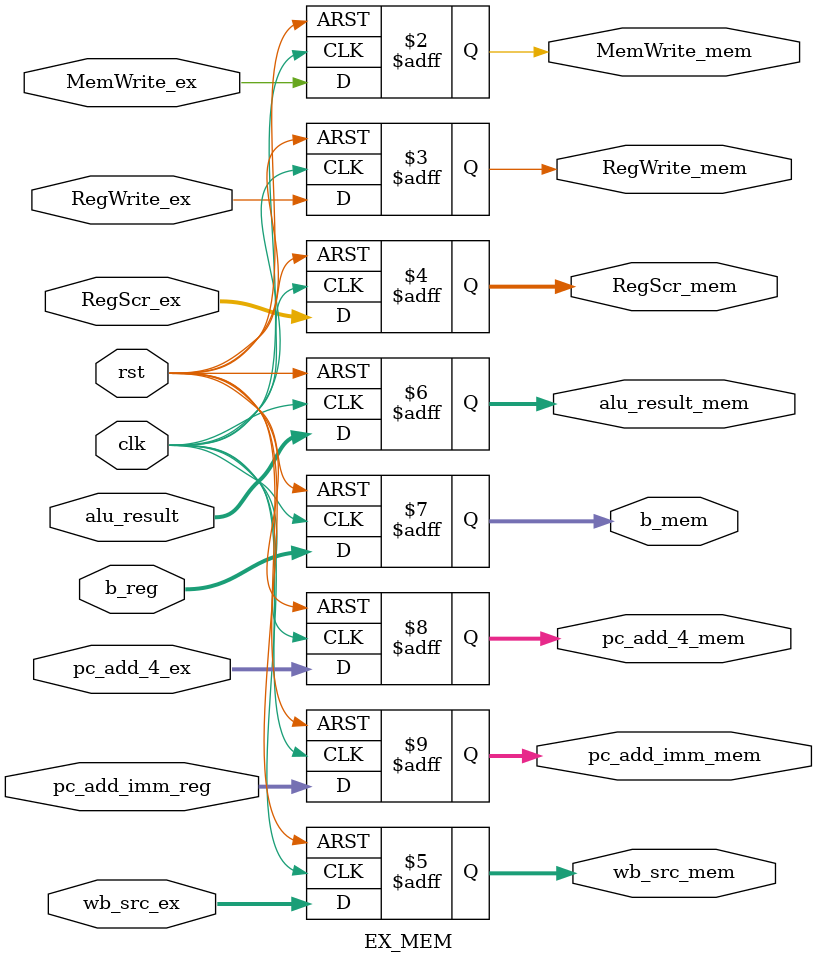
<source format=v>
`timescale 1ns / 1ps

module EX_MEM(
    input clk, rst,
    input MemWrite_ex, RegWrite_ex,
    input[1 : 0] RegScr_ex,
    input[4 : 0] wb_src_ex,
    input[31 : 0] alu_result, b_reg, pc_add_4_ex, pc_add_imm_reg,
    output reg MemWrite_mem, RegWrite_mem,
    output reg[1 : 0] RegScr_mem,
    output reg[4 : 0] wb_src_mem,
    output reg[31 : 0] alu_result_mem, b_mem, pc_add_4_mem, pc_add_imm_mem
);
    always @(posedge clk or posedge rst) begin
        if (rst) begin 
            MemWrite_mem <= 0; RegWrite_mem <= 0;
            RegScr_mem <= 0; wb_src_mem <= 0; pc_add_4_mem <= 0;
            alu_result_mem <= 0; b_mem <= 0; pc_add_imm_mem <= 0;
        end
        else begin
            MemWrite_mem <= MemWrite_ex; RegWrite_mem <= RegWrite_ex;
            RegScr_mem <= RegScr_ex; wb_src_mem <= wb_src_ex;
            alu_result_mem <= alu_result; b_mem <= b_reg;
            pc_add_4_mem <= pc_add_4_ex; pc_add_imm_mem <= pc_add_imm_reg;
        end
    end
endmodule

</source>
